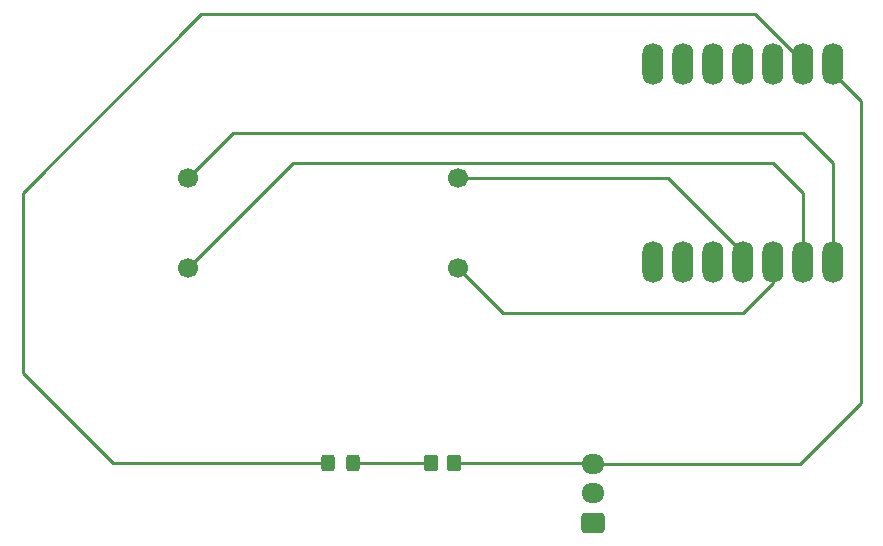
<source format=gbr>
%TF.GenerationSoftware,KiCad,Pcbnew,7.0.10*%
%TF.CreationDate,2024-01-23T18:03:39-08:00*%
%TF.ProjectId,514final,35313466-696e-4616-9c2e-6b696361645f,rev?*%
%TF.SameCoordinates,Original*%
%TF.FileFunction,Copper,L1,Top*%
%TF.FilePolarity,Positive*%
%FSLAX46Y46*%
G04 Gerber Fmt 4.6, Leading zero omitted, Abs format (unit mm)*
G04 Created by KiCad (PCBNEW 7.0.10) date 2024-01-23 18:03:39*
%MOMM*%
%LPD*%
G01*
G04 APERTURE LIST*
G04 Aperture macros list*
%AMRoundRect*
0 Rectangle with rounded corners*
0 $1 Rounding radius*
0 $2 $3 $4 $5 $6 $7 $8 $9 X,Y pos of 4 corners*
0 Add a 4 corners polygon primitive as box body*
4,1,4,$2,$3,$4,$5,$6,$7,$8,$9,$2,$3,0*
0 Add four circle primitives for the rounded corners*
1,1,$1+$1,$2,$3*
1,1,$1+$1,$4,$5*
1,1,$1+$1,$6,$7*
1,1,$1+$1,$8,$9*
0 Add four rect primitives between the rounded corners*
20,1,$1+$1,$2,$3,$4,$5,0*
20,1,$1+$1,$4,$5,$6,$7,0*
20,1,$1+$1,$6,$7,$8,$9,0*
20,1,$1+$1,$8,$9,$2,$3,0*%
G04 Aperture macros list end*
%TA.AperFunction,SMDPad,CuDef*%
%ADD10RoundRect,0.250000X0.350000X0.450000X-0.350000X0.450000X-0.350000X-0.450000X0.350000X-0.450000X0*%
%TD*%
%TA.AperFunction,ComponentPad*%
%ADD11O,1.950000X1.700000*%
%TD*%
%TA.AperFunction,ComponentPad*%
%ADD12RoundRect,0.250000X0.725000X-0.600000X0.725000X0.600000X-0.725000X0.600000X-0.725000X-0.600000X0*%
%TD*%
%TA.AperFunction,ComponentPad*%
%ADD13C,1.700000*%
%TD*%
%TA.AperFunction,SMDPad,CuDef*%
%ADD14RoundRect,0.250000X-0.325000X-0.450000X0.325000X-0.450000X0.325000X0.450000X-0.325000X0.450000X0*%
%TD*%
%TA.AperFunction,ComponentPad*%
%ADD15O,1.778000X3.556000*%
%TD*%
%TA.AperFunction,Conductor*%
%ADD16C,0.254000*%
%TD*%
G04 APERTURE END LIST*
D10*
%TO.P,R1,2*%
%TO.N,Net-(D1-A)*%
X100600000Y-119380000D03*
%TO.P,R1,1*%
%TO.N,Net-(SW1-C)*%
X102600000Y-119380000D03*
%TD*%
D11*
%TO.P,SW1,3,C*%
%TO.N,Net-(SW1-C)*%
X114300000Y-119460000D03*
%TO.P,SW1,2,B*%
%TO.N,VCC*%
X114300000Y-121960000D03*
D12*
%TO.P,SW1,1,A*%
%TO.N,unconnected-(SW1-A-Pad1)*%
X114300000Y-124460000D03*
%TD*%
D13*
%TO.P,M1,1*%
%TO.N,Net-(U1-GPIO1_A0_D0)*%
X80010000Y-95250000D03*
%TO.P,M1,2,-*%
%TO.N,Net-(M1--)*%
X80010000Y-102870000D03*
%TO.P,M1,3*%
%TO.N,Net-(U1-GPIO3_A2_D2)*%
X102870000Y-102870000D03*
%TO.P,M1,4*%
%TO.N,Net-(U1-GPIO4_A3_D3)*%
X102870000Y-95250000D03*
%TD*%
D14*
%TO.P,D1,1,K*%
%TO.N,Net-(D1-K)*%
X91930000Y-119380000D03*
%TO.P,D1,2,A*%
%TO.N,Net-(D1-A)*%
X93980000Y-119380000D03*
%TD*%
D15*
%TO.P,U1,14,GPIO44_D7_RX*%
%TO.N,unconnected-(U1-GPIO44_D7_RX-Pad14)*%
X119380000Y-85598000D03*
%TO.P,U1,13,GPIO7_A8_D8_SCK*%
%TO.N,unconnected-(U1-GPIO7_A8_D8_SCK-Pad13)*%
X121920000Y-85598000D03*
%TO.P,U1,12,GPIO8_A9_D9_CIPO*%
%TO.N,unconnected-(U1-GPIO8_A9_D9_CIPO-Pad12)*%
X124460000Y-85598000D03*
%TO.P,U1,11,GPIO9_A10_D10_COPI*%
%TO.N,unconnected-(U1-GPIO9_A10_D10_COPI-Pad11)*%
X127000000Y-85598000D03*
%TO.P,U1,10,3V3*%
%TO.N,unconnected-(U1-3V3-Pad10)*%
X129540000Y-85598000D03*
%TO.P,U1,9,GND*%
%TO.N,Net-(D1-K)*%
X132080000Y-85598000D03*
%TO.P,U1,8,5V*%
%TO.N,Net-(SW1-C)*%
X134620000Y-85598000D03*
%TO.P,U1,7,GPIO43_TX_D6*%
%TO.N,unconnected-(U1-GPIO43_TX_D6-Pad7)*%
X119380000Y-102362000D03*
%TO.P,U1,6,GPIO6_A5_D5_SCL*%
%TO.N,unconnected-(U1-GPIO6_A5_D5_SCL-Pad6)*%
X121920000Y-102362000D03*
%TO.P,U1,5,GPIO4_A3_D3_SDA*%
%TO.N,unconnected-(U1-GPIO4_A3_D3_SDA-Pad5)*%
X124460000Y-102362000D03*
%TO.P,U1,4,GPIO4_A3_D3*%
%TO.N,Net-(U1-GPIO4_A3_D3)*%
X127000000Y-102362000D03*
%TO.P,U1,3,GPIO3_A2_D2*%
%TO.N,Net-(U1-GPIO3_A2_D2)*%
X129540000Y-102362000D03*
%TO.P,U1,2,GPIO2_A1_D1*%
%TO.N,Net-(M1--)*%
X132080000Y-102362000D03*
%TO.P,U1,1,GPIO1_A0_D0*%
%TO.N,Net-(U1-GPIO1_A0_D0)*%
X134620000Y-102362000D03*
%TD*%
D16*
%TO.N,Net-(SW1-C)*%
X114300000Y-119460000D02*
X131873000Y-119460000D01*
X137033000Y-114300000D02*
X137033000Y-88773000D01*
X137033000Y-88773000D02*
X134620000Y-86360000D01*
X131873000Y-119460000D02*
X137033000Y-114300000D01*
%TO.N,Net-(D1-K)*%
X81153000Y-81407000D02*
X128034051Y-81407000D01*
X66040000Y-96520000D02*
X81153000Y-81407000D01*
X66040000Y-111760000D02*
X66040000Y-96520000D01*
X73660000Y-119380000D02*
X66040000Y-111760000D01*
X132080000Y-85452949D02*
X132080000Y-86360000D01*
X128034051Y-81407000D02*
X132080000Y-85452949D01*
X91930000Y-119380000D02*
X73660000Y-119380000D01*
%TO.N,Net-(SW1-C)*%
X134620000Y-86360000D02*
X134620000Y-86487000D01*
X102600000Y-119380000D02*
X114220000Y-119380000D01*
X114220000Y-119380000D02*
X114300000Y-119460000D01*
%TO.N,Net-(D1-A)*%
X93980000Y-119380000D02*
X100600000Y-119380000D01*
%TO.N,Net-(U1-GPIO3_A2_D2)*%
X102870000Y-102870000D02*
X106680000Y-106680000D01*
X106680000Y-106680000D02*
X127000000Y-106680000D01*
X127000000Y-106680000D02*
X129540000Y-104140000D01*
X129540000Y-104140000D02*
X129540000Y-101600000D01*
%TO.N,Net-(U1-GPIO4_A3_D3)*%
X102870000Y-95250000D02*
X120650000Y-95250000D01*
X120650000Y-95250000D02*
X127000000Y-101600000D01*
%TO.N,Net-(M1--)*%
X88900000Y-93980000D02*
X129540000Y-93980000D01*
X132080000Y-96520000D02*
X132080000Y-101600000D01*
X80010000Y-102870000D02*
X88900000Y-93980000D01*
X129540000Y-93980000D02*
X132080000Y-96520000D01*
%TO.N,Net-(U1-GPIO1_A0_D0)*%
X80010000Y-95250000D02*
X83820000Y-91440000D01*
X83820000Y-91440000D02*
X132080000Y-91440000D01*
X132080000Y-91440000D02*
X134620000Y-93980000D01*
X134620000Y-93980000D02*
X134620000Y-101600000D01*
%TD*%
M02*

</source>
